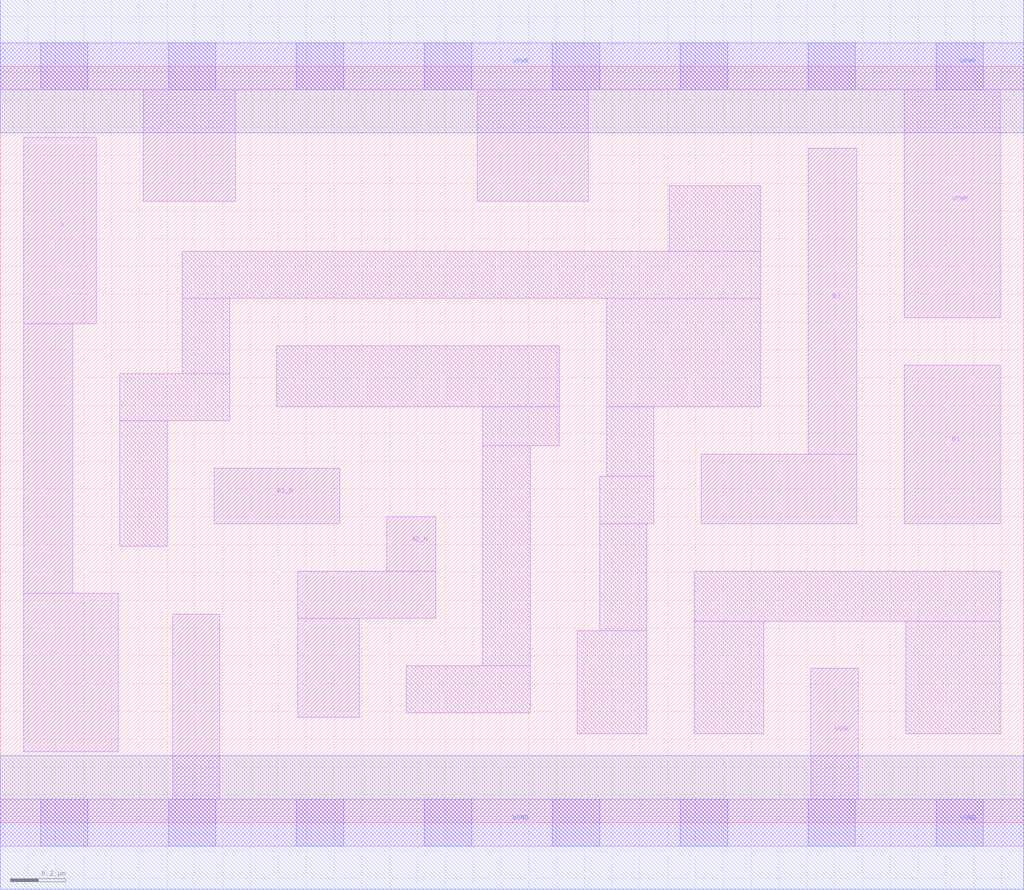
<source format=lef>
# Copyright 2020 The SkyWater PDK Authors
#
# Licensed under the Apache License, Version 2.0 (the "License");
# you may not use this file except in compliance with the License.
# You may obtain a copy of the License at
#
#     https://www.apache.org/licenses/LICENSE-2.0
#
# Unless required by applicable law or agreed to in writing, software
# distributed under the License is distributed on an "AS IS" BASIS,
# WITHOUT WARRANTIES OR CONDITIONS OF ANY KIND, either express or implied.
# See the License for the specific language governing permissions and
# limitations under the License.
#
# SPDX-License-Identifier: Apache-2.0

VERSION 5.7 ;
  NAMESCASESENSITIVE ON ;
  NOWIREEXTENSIONATPIN ON ;
  DIVIDERCHAR "/" ;
  BUSBITCHARS "[]" ;
UNITS
  DATABASE MICRONS 200 ;
END UNITS
MACRO sky130_fd_sc_hd__o2bb2a_1
  CLASS CORE ;
  SOURCE USER ;
  FOREIGN sky130_fd_sc_hd__o2bb2a_1 ;
  ORIGIN  0.000000  0.000000 ;
  SIZE  3.680000 BY  2.720000 ;
  SYMMETRY X Y R90 ;
  SITE unithd ;
  PIN A1_N
    ANTENNAGATEAREA  0.126000 ;
    DIRECTION INPUT ;
    USE SIGNAL ;
    PORT
      LAYER li1 ;
        RECT 0.770000 1.075000 1.220000 1.275000 ;
    END
  END A1_N
  PIN A2_N
    ANTENNAGATEAREA  0.126000 ;
    DIRECTION INPUT ;
    USE SIGNAL ;
    PORT
      LAYER li1 ;
        RECT 1.070000 0.380000 1.290000 0.735000 ;
        RECT 1.070000 0.735000 1.565000 0.905000 ;
        RECT 1.390000 0.905000 1.565000 1.100000 ;
    END
  END A2_N
  PIN B1
    ANTENNAGATEAREA  0.126000 ;
    DIRECTION INPUT ;
    USE SIGNAL ;
    PORT
      LAYER li1 ;
        RECT 3.250000 1.075000 3.595000 1.645000 ;
    END
  END B1
  PIN B2
    ANTENNAGATEAREA  0.126000 ;
    DIRECTION INPUT ;
    USE SIGNAL ;
    PORT
      LAYER li1 ;
        RECT 2.520000 1.075000 3.080000 1.325000 ;
        RECT 2.905000 1.325000 3.080000 2.425000 ;
    END
  END B2
  PIN X
    ANTENNADIFFAREA  0.429000 ;
    DIRECTION OUTPUT ;
    USE SIGNAL ;
    PORT
      LAYER li1 ;
        RECT 0.085000 0.255000 0.425000 0.825000 ;
        RECT 0.085000 0.825000 0.260000 1.795000 ;
        RECT 0.085000 1.795000 0.345000 2.465000 ;
    END
  END X
  PIN VGND
    DIRECTION INOUT ;
    SHAPE ABUTMENT ;
    USE GROUND ;
    PORT
      LAYER li1 ;
        RECT 0.000000 -0.085000 3.680000 0.085000 ;
        RECT 0.620000  0.085000 0.790000 0.750000 ;
        RECT 2.915000  0.085000 3.085000 0.555000 ;
      LAYER mcon ;
        RECT 0.145000 -0.085000 0.315000 0.085000 ;
        RECT 0.605000 -0.085000 0.775000 0.085000 ;
        RECT 1.065000 -0.085000 1.235000 0.085000 ;
        RECT 1.525000 -0.085000 1.695000 0.085000 ;
        RECT 1.985000 -0.085000 2.155000 0.085000 ;
        RECT 2.445000 -0.085000 2.615000 0.085000 ;
        RECT 2.905000 -0.085000 3.075000 0.085000 ;
        RECT 3.365000 -0.085000 3.535000 0.085000 ;
      LAYER met1 ;
        RECT 0.000000 -0.240000 3.680000 0.240000 ;
    END
  END VGND
  PIN VPWR
    DIRECTION INOUT ;
    SHAPE ABUTMENT ;
    USE POWER ;
    PORT
      LAYER li1 ;
        RECT 0.000000 2.635000 3.680000 2.805000 ;
        RECT 0.515000 2.235000 0.845000 2.635000 ;
        RECT 1.715000 2.235000 2.115000 2.635000 ;
        RECT 3.250000 1.815000 3.595000 2.635000 ;
      LAYER mcon ;
        RECT 0.145000 2.635000 0.315000 2.805000 ;
        RECT 0.605000 2.635000 0.775000 2.805000 ;
        RECT 1.065000 2.635000 1.235000 2.805000 ;
        RECT 1.525000 2.635000 1.695000 2.805000 ;
        RECT 1.985000 2.635000 2.155000 2.805000 ;
        RECT 2.445000 2.635000 2.615000 2.805000 ;
        RECT 2.905000 2.635000 3.075000 2.805000 ;
        RECT 3.365000 2.635000 3.535000 2.805000 ;
      LAYER met1 ;
        RECT 0.000000 2.480000 3.680000 2.960000 ;
    END
  END VPWR
  OBS
    LAYER li1 ;
      RECT 0.430000 0.995000 0.600000 1.445000 ;
      RECT 0.430000 1.445000 0.825000 1.615000 ;
      RECT 0.655000 1.615000 0.825000 1.885000 ;
      RECT 0.655000 1.885000 2.735000 2.055000 ;
      RECT 0.995000 1.495000 2.010000 1.715000 ;
      RECT 1.460000 0.395000 1.905000 0.565000 ;
      RECT 1.735000 0.565000 1.905000 1.355000 ;
      RECT 1.735000 1.355000 2.010000 1.495000 ;
      RECT 2.075000 0.320000 2.325000 0.690000 ;
      RECT 2.155000 0.690000 2.325000 1.075000 ;
      RECT 2.155000 1.075000 2.350000 1.245000 ;
      RECT 2.180000 1.245000 2.350000 1.495000 ;
      RECT 2.180000 1.495000 2.735000 1.885000 ;
      RECT 2.405000 2.055000 2.735000 2.290000 ;
      RECT 2.495000 0.320000 2.745000 0.725000 ;
      RECT 2.495000 0.725000 3.595000 0.905000 ;
      RECT 3.255000 0.320000 3.595000 0.725000 ;
  END
END sky130_fd_sc_hd__o2bb2a_1
END LIBRARY

</source>
